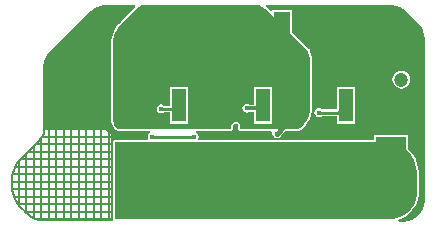
<source format=gtl>
G04*
G04 #@! TF.GenerationSoftware,Altium Limited,Altium Designer,18.1.6 (161)*
G04*
G04 Layer_Physical_Order=1*
G04 Layer_Color=255*
%FSLAX25Y25*%
%MOIN*%
G70*
G01*
G75*
%ADD13R,0.10236X0.05315*%
%ADD14R,0.05315X0.10236*%
%ADD15R,0.04921X0.11024*%
%ADD16R,0.23819X0.24410*%
%ADD23C,0.00800*%
%ADD24C,0.05000*%
%ADD25C,0.01600*%
%ADD26C,0.01000*%
%ADD27C,0.01200*%
%ADD28C,0.15748*%
%ADD29C,0.04724*%
%ADD30C,0.01772*%
G36*
X441369Y313288D02*
X441041Y312959D01*
X441041Y312959D01*
X436470Y308388D01*
X435773Y307692D01*
X435748Y307630D01*
X435693Y307593D01*
X434598Y305955D01*
X434585Y305890D01*
X434538Y305843D01*
X433784Y304023D01*
Y303957D01*
X433747Y303902D01*
X433363Y301970D01*
X433376Y301904D01*
X433351Y301843D01*
Y300858D01*
Y275414D01*
Y275078D01*
X433376Y275016D01*
X433363Y274951D01*
X433494Y274292D01*
X433531Y274236D01*
Y274170D01*
X433789Y273548D01*
X433836Y273501D01*
X433849Y273436D01*
X434222Y272877D01*
X434277Y272840D01*
X434303Y272779D01*
X434660Y272422D01*
X434721Y272396D01*
X434758Y272341D01*
X435038Y272154D01*
X435103Y272141D01*
X435150Y272094D01*
X435461Y271966D01*
X435527D01*
X435582Y271929D01*
X435912Y271863D01*
X435978Y271876D01*
X436039Y271851D01*
X436847D01*
X437012Y271919D01*
X437047Y271912D01*
X437500Y272002D01*
X437953Y271912D01*
X437988Y271919D01*
X438153Y271851D01*
X446264D01*
X446330Y271660D01*
X446347Y271351D01*
X445929Y271071D01*
X445600Y270580D01*
X445485Y270000D01*
X445600Y269420D01*
X445709Y269257D01*
X445442Y268757D01*
X434490D01*
X434031Y268567D01*
X434000Y268491D01*
X433500Y268591D01*
Y271000D01*
X431000Y273000D01*
X410837D01*
X410727Y273121D01*
X410712Y273600D01*
Y283500D01*
Y293500D01*
X410717D01*
X410842Y294773D01*
X411214Y295997D01*
X411817Y297126D01*
X412628Y298114D01*
X412625Y298118D01*
X426504Y311997D01*
X426508Y311992D01*
X427434Y312751D01*
X428490Y313316D01*
X429636Y313664D01*
X430828Y313781D01*
Y313788D01*
X441162D01*
X441369Y313288D01*
D02*
G37*
G36*
X483595Y313362D02*
X485232Y312267D01*
X485929Y311571D01*
X485929Y311571D01*
X496614Y300886D01*
Y300782D01*
X496718D01*
X498000Y299500D01*
X498357Y299143D01*
X498917Y298305D01*
X499303Y297373D01*
X499500Y296383D01*
Y295879D01*
Y279536D01*
Y278695D01*
X499172Y277046D01*
X498528Y275492D01*
X497594Y274094D01*
X496762Y273262D01*
X496203Y272889D01*
X495582Y272631D01*
X494922Y272500D01*
X476476D01*
X476237Y273000D01*
X476337Y273500D01*
X476221Y274080D01*
X475893Y274571D01*
X475401Y274900D01*
X474822Y275015D01*
X474242Y274900D01*
X473750Y274571D01*
X473422Y274080D01*
X473307Y273500D01*
X473406Y273000D01*
X473167Y272500D01*
X438153D01*
X438080Y272549D01*
X437500Y272664D01*
X436920Y272549D01*
X436847Y272500D01*
X436039D01*
X435709Y272566D01*
X435398Y272694D01*
X435119Y272881D01*
X434762Y273238D01*
X434389Y273797D01*
X434131Y274418D01*
X434000Y275078D01*
Y275414D01*
Y300858D01*
Y301843D01*
X434384Y303775D01*
X435138Y305595D01*
X436233Y307232D01*
X436929Y307929D01*
Y307929D01*
X441500Y312500D01*
X441976Y312976D01*
X443094Y313723D01*
X443251Y313788D01*
X482566D01*
X483595Y313362D01*
D02*
G37*
G36*
X527000Y313783D02*
X528273Y313658D01*
X529497Y313286D01*
X530625Y312683D01*
X531614Y311872D01*
X531618Y311875D01*
X535497Y307997D01*
X535500Y307994D01*
X536471Y306812D01*
X537194Y305459D01*
X537639Y303991D01*
X537789Y302469D01*
X537788Y302465D01*
Y248682D01*
X537785D01*
X537651Y247323D01*
X537255Y246016D01*
X536611Y244811D01*
X535744Y243756D01*
X534689Y242889D01*
X533484Y242245D01*
X532177Y241849D01*
X530818Y241715D01*
Y241712D01*
X529388D01*
X528917Y242212D01*
X528918Y242239D01*
X530597Y242935D01*
X530644Y242982D01*
X530710Y242995D01*
X532221Y244005D01*
X532258Y244060D01*
X532319Y244085D01*
X533604Y245370D01*
X533630Y245432D01*
X533685Y245469D01*
X534694Y246980D01*
X534707Y247045D01*
X534754Y247092D01*
X535450Y248771D01*
Y248837D01*
X535487Y248893D01*
X535841Y250675D01*
X535828Y250740D01*
X535854Y250802D01*
Y251710D01*
X535854Y251710D01*
X535854Y257494D01*
X535867Y258170D01*
X535850Y258211D01*
X535863Y258254D01*
X535711Y259610D01*
X535689Y259649D01*
X535696Y259694D01*
X535369Y261018D01*
X535342Y261054D01*
X535343Y261099D01*
X534845Y262370D01*
X534814Y262402D01*
X534809Y262447D01*
X534150Y263641D01*
X534115Y263669D01*
X534104Y263713D01*
X533295Y264811D01*
X533256Y264834D01*
X533240Y264876D01*
X532294Y265859D01*
X532253Y265877D01*
X532232Y265916D01*
X532218Y265927D01*
Y270435D01*
X520782D01*
Y268757D01*
X462558D01*
X462291Y269257D01*
X462400Y269420D01*
X462515Y270000D01*
X462400Y270580D01*
X462071Y271071D01*
X461653Y271351D01*
X461670Y271660D01*
X461736Y271851D01*
X473167D01*
X473271Y271894D01*
X473383Y271888D01*
X473492Y271985D01*
X473626Y272041D01*
X473669Y272145D01*
X473753Y272220D01*
X473992Y272720D01*
X474003Y272925D01*
X474043Y273127D01*
X473969Y273500D01*
X474034Y273826D01*
X474219Y274103D01*
X474495Y274288D01*
X474822Y274353D01*
X475148Y274288D01*
X475425Y274103D01*
X475609Y273826D01*
X475674Y273500D01*
X475600Y273127D01*
X475640Y272925D01*
X475651Y272720D01*
X475890Y272220D01*
X475974Y272145D01*
X476017Y272041D01*
X476152Y271985D01*
X476260Y271888D01*
X476372Y271894D01*
X476476Y271851D01*
X486726D01*
X487055Y271351D01*
X486985Y271000D01*
X487100Y270420D01*
X487429Y269929D01*
X487920Y269600D01*
X488500Y269485D01*
X489080Y269600D01*
X489571Y269929D01*
X489820Y270302D01*
X491369Y271851D01*
X494922D01*
X494983Y271876D01*
X495049Y271863D01*
X495708Y271994D01*
X495764Y272031D01*
X495830D01*
X496452Y272289D01*
X496499Y272336D01*
X496564Y272349D01*
X497123Y272722D01*
X497160Y272778D01*
X497222Y272803D01*
X498054Y273635D01*
X498079Y273697D01*
X498134Y273734D01*
X499068Y275132D01*
X499082Y275197D01*
X499128Y275244D01*
X499772Y276797D01*
Y276864D01*
X499809Y276919D01*
X500137Y278568D01*
X500124Y278633D01*
X500149Y278695D01*
Y279536D01*
Y295879D01*
Y296383D01*
X500124Y296445D01*
X500137Y296510D01*
X499940Y297499D01*
X499903Y297554D01*
Y297621D01*
X499517Y298553D01*
X499470Y298600D01*
X499457Y298665D01*
X499420Y298721D01*
Y299218D01*
X499088D01*
X498897Y299504D01*
X498841Y299541D01*
X498816Y299603D01*
X498459Y299959D01*
X497177Y301241D01*
X497104Y301272D01*
X497073Y301345D01*
X493483Y304935D01*
Y312218D01*
X486968D01*
Y312103D01*
X486507Y311912D01*
X486388Y312030D01*
X486388Y312030D01*
X485692Y312727D01*
X485630Y312752D01*
X485593Y312807D01*
X484842Y313309D01*
X484987Y313788D01*
X527000D01*
Y313783D01*
D02*
G37*
G36*
X525000Y268108D02*
X525000Y268108D01*
X525682Y268095D01*
X527031Y267890D01*
X528342Y267512D01*
X529592Y266965D01*
X530760Y266260D01*
X531826Y265409D01*
X532772Y264426D01*
X533581Y263327D01*
X534241Y262133D01*
X534738Y260862D01*
X535066Y259538D01*
X535218Y258182D01*
X535204Y257500D01*
X535204Y251710D01*
X535204Y251710D01*
Y250802D01*
X534850Y249020D01*
X534154Y247340D01*
X533145Y245830D01*
X531860Y244545D01*
X530349Y243535D01*
X528670Y242840D01*
X526888Y242485D01*
X525979Y242485D01*
X434490Y242485D01*
Y268108D01*
X525000D01*
X525000Y268108D01*
D02*
G37*
%LPC*%
G36*
X487061Y286612D02*
X480939D01*
Y280724D01*
X479405D01*
X479142Y280900D01*
X478562Y281015D01*
X477982Y280900D01*
X477491Y280571D01*
X477162Y280080D01*
X477047Y279500D01*
X477162Y278920D01*
X477491Y278429D01*
X477982Y278100D01*
X478562Y277985D01*
X479142Y278100D01*
X479405Y278276D01*
X480939D01*
Y274388D01*
X487061D01*
Y286612D01*
D02*
G37*
G36*
X459037D02*
X452916D01*
Y280391D01*
X450976D01*
X450560Y280669D01*
X449980Y280784D01*
X449401Y280669D01*
X448909Y280341D01*
X448581Y279849D01*
X448465Y279269D01*
X448581Y278690D01*
X448909Y278198D01*
X449401Y277870D01*
X449980Y277754D01*
X450560Y277870D01*
X450976Y278148D01*
X452916D01*
Y274388D01*
X459037D01*
Y286612D01*
D02*
G37*
G36*
X530000Y291988D02*
X529227Y291886D01*
X528506Y291587D01*
X527887Y291113D01*
X527413Y290494D01*
X527114Y289773D01*
X527012Y289000D01*
X527114Y288227D01*
X527413Y287506D01*
X527887Y286887D01*
X528506Y286413D01*
X529227Y286114D01*
X530000Y286012D01*
X530773Y286114D01*
X531494Y286413D01*
X532113Y286887D01*
X532587Y287506D01*
X532886Y288227D01*
X532988Y289000D01*
X532886Y289773D01*
X532587Y290494D01*
X532113Y291113D01*
X531494Y291587D01*
X530773Y291886D01*
X530000Y291988D01*
D02*
G37*
G36*
X514537Y286612D02*
X508416D01*
Y279147D01*
X508414Y279145D01*
X503496D01*
X503080Y279423D01*
X502500Y279538D01*
X501920Y279423D01*
X501429Y279095D01*
X501100Y278603D01*
X500985Y278024D01*
X501100Y277444D01*
X501429Y276952D01*
X501920Y276624D01*
X502500Y276509D01*
X503080Y276624D01*
X503496Y276902D01*
X508416D01*
Y274388D01*
X514537D01*
Y286612D01*
D02*
G37*
%LPD*%
G54D13*
X526500Y267177D02*
D03*
Y276823D02*
D03*
G54D14*
X440323Y293000D02*
D03*
X430677D02*
D03*
X496162Y293500D02*
D03*
X505808D02*
D03*
X490226Y306500D02*
D03*
X499872D02*
D03*
G54D15*
X511476Y280500D02*
D03*
X493524Y280500D02*
D03*
X484000D02*
D03*
X466047D02*
D03*
X455976D02*
D03*
X438024Y280500D02*
D03*
G54D16*
X502500Y255303D02*
D03*
X475024D02*
D03*
X447000Y255303D02*
D03*
G54D23*
X431000Y273000D02*
X430707Y273121D01*
X409277Y268723D02*
X409911Y269465D01*
X410421Y270298D01*
X410794Y271199D01*
X411022Y272148D01*
X411098Y273121D01*
X403277Y262723D02*
X402637Y262025D01*
X402061Y261274D01*
X401552Y260476D01*
X401115Y259636D01*
X400753Y258762D01*
X400468Y257859D01*
X400263Y256935D01*
X400140Y255996D01*
X400098Y255050D01*
X404780Y244774D02*
X405544Y244091D01*
X406380Y243498D01*
X407277Y243003D01*
X408224Y242611D01*
X409209Y242327D01*
X410219Y242156D01*
X411243Y242098D01*
X400098Y254000D02*
X400140Y253044D01*
X400265Y252095D01*
X400472Y251160D01*
X400760Y250247D01*
X401126Y249363D01*
X401569Y248514D01*
X402083Y247706D01*
X402666Y246947D01*
X403312Y246241D01*
X431000Y273000D02*
X433500Y271000D01*
Y268254D02*
Y271000D01*
X410258Y270000D02*
X433500D01*
X433471Y242485D02*
Y268108D01*
X408563Y242500D02*
X433471D01*
X411098Y273121D02*
X430707D01*
X411067Y272500D02*
X431625D01*
X410000Y242183D02*
Y269592D01*
X427500Y242098D02*
Y273121D01*
X430000Y242098D02*
Y273121D01*
X425000Y242098D02*
Y273121D01*
X432500Y242098D02*
Y271800D01*
X411243Y242098D02*
X433500D01*
X415000D02*
Y273121D01*
X417500Y242098D02*
Y273121D01*
X412500Y242098D02*
Y273121D01*
X422500Y242098D02*
Y273121D01*
X420000Y242098D02*
Y273121D01*
X408053Y267500D02*
X433471D01*
X405553Y265000D02*
X433471D01*
X403060Y262500D02*
X433471D01*
X401293Y260000D02*
X433471D01*
X400379Y257500D02*
X433471D01*
X403277Y262724D02*
X409276Y268723D01*
X400098Y254000D02*
Y255050D01*
X400201Y252500D02*
X433471D01*
X400098Y255000D02*
X433471D01*
X402231Y247500D02*
X433471D01*
X407500Y242899D02*
Y266947D01*
X400853Y250000D02*
X433471D01*
X404553Y245000D02*
X433471D01*
X405000Y244561D02*
Y264447D01*
X402500Y247149D02*
Y261859D01*
X403313Y246241D02*
X404776Y244777D01*
G54D24*
X525496Y255307D02*
X526041Y256017D01*
X526383Y256843D01*
X526500Y257730D01*
Y267177D01*
G54D25*
X490595Y273095D02*
X491254Y273822D01*
X491838Y274610D01*
X492343Y275452D01*
X492762Y276339D01*
X493093Y277263D01*
X493331Y278215D01*
X493475Y279186D01*
X493524Y280166D01*
X488500Y271000D02*
X490595Y273095D01*
X493524Y280166D02*
Y280500D01*
X466047Y275942D02*
Y280500D01*
G54D26*
X511269Y280414D02*
X511476Y280500D01*
X453005Y279269D02*
X454093Y279413D01*
X455106Y279832D01*
X455976Y280500D01*
X447000Y270000D02*
X461000D01*
X508879Y278024D02*
X511269Y280414D01*
X502500Y278024D02*
X508879D01*
X449980Y279269D02*
X453005D01*
G54D27*
X481586Y279500D02*
X482470Y279616D01*
X483293Y279957D01*
X484000Y280500D01*
X478562Y279500D02*
X481586D01*
G54D28*
X420000Y284500D02*
D03*
X449000Y305500D02*
D03*
X526000D02*
D03*
X525500Y255303D02*
D03*
G54D29*
X530000Y289000D02*
D03*
G54D30*
X485000Y291500D02*
D03*
X482000D02*
D03*
X479000D02*
D03*
X476000D02*
D03*
X470500D02*
D03*
X467500D02*
D03*
X464500D02*
D03*
X437500Y271149D02*
D03*
X461000Y270000D02*
D03*
X447000D02*
D03*
X474822Y273500D02*
D03*
X488500Y271000D02*
D03*
X502500Y278024D02*
D03*
X478562Y279500D02*
D03*
X449980Y279269D02*
D03*
M02*

</source>
